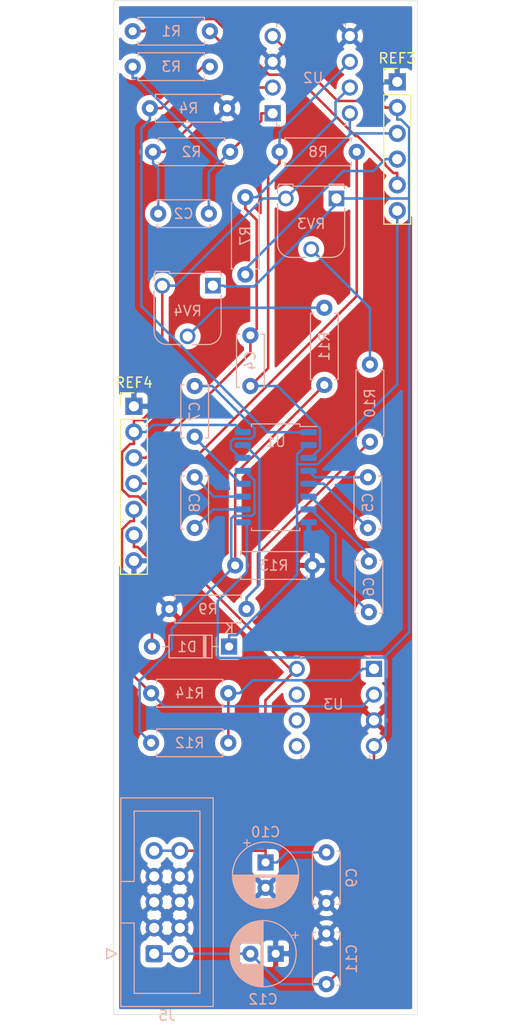
<source format=kicad_pcb>
(kicad_pcb (version 20171130) (host pcbnew "(5.1.9)-1")
  (layers (0 F.Cu signal) (31 B.Cu signal) (34 B.Paste user) (35 F.Paste user) (36 B.SilkS user) (37 F.SilkS user) (38 B.Mask user) (39 F.Mask user) (44 Edge.Cuts user))
  (net 0 "")
  (net 1 "Net-(C1-Pad1)")
  (net 2 "Net-(C2-Pad2)")
  (net 3 "Net-(C2-Pad1)")
  (net 4 "Net-(C3-Pad2)")
  (net 5 OUT)
  (net 6 "Net-(C4-Pad1)")
  (net 7 C4A)
  (net 8 C4B)
  (net 9 C3A)
  (net 10 C3B)
  (net 11 C1A)
  (net 12 C1B)
  (net 13 C2B)
  (net 14 C2A)
  (net 15 +12V)
  (net 16 GND)
  (net 17 -12V)
  (net 18 "Net-(D1-Pad2)")
  (net 19 Q_CTRL)
  (net 20 SIG_IN+)
  (net 21 "Net-(R8-Pad1)")
  (net 22 SIG_IN-)
  (net 23 "Net-(R10-Pad2)")
  (net 24 "Net-(R11-Pad2)")
  (net 25 FREQ_CTRL)
  (net 26 "Net-(R12-Pad2)")
  (net 27 "Net-(R14-Pad1)")
  (module Connector_PinHeader_2.54mm:PinHeader_1x06_P2.54mm_Vertical (layer F.Cu) (at 155 49)
    (fp_text reference REF3 (at 0 -2.33) (layer F.SilkS))
    (fp_text value PinHeader_1x06_P2.54mm_Vertical)
    (pad 6 thru_hole oval (at 0 12.7) (size 1.7 1.7) (drill 1) (layers *.Cu *.Mask) (net 19 Q_CTRL))
    (pad 5 thru_hole oval (at 0 10.16) (size 1.7 1.7) (drill 1) (layers *.Cu *.Mask) (net 1 "Net-(C1-Pad1)"))
    (pad 4 thru_hole oval (at 0 7.62) (size 1.7 1.7) (drill 1) (layers *.Cu *.Mask) (net 4 "Net-(C3-Pad2)"))
    (pad 3 thru_hole oval (at 0 5.08) (size 1.7 1.7) (drill 1) (layers *.Cu *.Mask) (net 15 +12V))
    (pad 2 thru_hole oval (at 0 2.54) (size 1.7 1.7) (drill 1) (layers *.Cu *.Mask) (net 17 -12V))
    (pad 1 thru_hole rect (at 0 0) (size 1.7 1.7) (drill 1) (layers *.Cu *.Mask) (net 16 GND))
  )
  (module Connector_PinHeader_2.54mm:PinHeader_1x07_P2.54mm_Vertical (layer F.Cu) (at 129 81)
    (fp_text reference REF4 (at 0 -2.33) (layer F.SilkS))
    (fp_text value PinHeader_1x07_P2.54mm_Vertical)
    (pad 7 thru_hole oval (at 0 15.24) (size 1.7 1.7) (drill 1) (layers *.Cu *.Mask) (net 16 GND))
    (pad 6 thru_hole oval (at 0 12.7) (size 1.7 1.7) (drill 1) (layers *.Cu *.Mask) (net 18 "Net-(D1-Pad2)"))
    (pad 5 thru_hole oval (at 0 10.16) (size 1.7 1.7) (drill 1) (layers *.Cu *.Mask) (net 27 "Net-(R14-Pad1)"))
    (pad 4 thru_hole oval (at 0 7.62) (size 1.7 1.7) (drill 1) (layers *.Cu *.Mask) (net 21 "Net-(R8-Pad1)"))
    (pad 3 thru_hole oval (at 0 5.08) (size 1.7 1.7) (drill 1) (layers *.Cu *.Mask) (net 6 "Net-(C4-Pad1)"))
    (pad 2 thru_hole oval (at 0 2.54) (size 1.7 1.7) (drill 1) (layers *.Cu *.Mask) (net 15 +12V))
    (pad 1 thru_hole rect (at 0 0) (size 1.7 1.7) (drill 1) (layers *.Cu *.Mask) (net 16 GND))
  )
  (module Package_SO:SOP-16_4.55x10.3mm_P1.27mm (layer B.Cu) (at 143 88 180)
    (fp_text reference U1 (at 0 3.5) (layer B.SilkS) (effects (justify mirror)))
    (fp_text value SSM2044)
    (pad 16 smd roundrect (at 3.25 4.445 180) (size 1.6 0.6) (layers B.Cu B.Paste B.Mask) (net 15 +12V))
    (pad 15 smd roundrect (at 3.25 3.175 180) (size 1.6 0.6) (layers B.Cu B.Paste B.Mask) (net 22 SIG_IN-))
    (pad 14 smd roundrect (at 3.25 1.905 180) (size 1.6 0.6) (layers B.Cu B.Paste B.Mask) (net 11 C1A))
    (pad 13 smd roundrect (at 3.25 0.635 180) (size 1.6 0.6) (layers B.Cu B.Paste B.Mask) (net 25 FREQ_CTRL))
    (pad 12 smd roundrect (at 3.25 -0.635 180) (size 1.6 0.6) (layers B.Cu B.Paste B.Mask) (net 12 C1B))
    (pad 11 smd roundrect (at 3.25 -1.905 180) (size 1.6 0.6) (layers B.Cu B.Paste B.Mask) (net 14 C2A))
    (pad 10 smd roundrect (at 3.25 -3.175 180) (size 1.6 0.6) (layers B.Cu B.Paste B.Mask) (net 13 C2B))
    (pad 9 smd roundrect (at 3.25 -4.445 180) (size 1.6 0.6) (layers B.Cu B.Paste B.Mask) (net 17 -12V))
    (pad 8 smd roundrect (at -3.25 -4.445 180) (size 1.6 0.6) (layers B.Cu B.Paste B.Mask) (net 16 GND))
    (pad 7 smd roundrect (at -3.25 -3.175 180) (size 1.6 0.6) (layers B.Cu B.Paste B.Mask) (net 10 C3B))
    (pad 6 smd roundrect (at -3.25 -1.905 180) (size 1.6 0.6) (layers B.Cu B.Paste B.Mask) (net 9 C3A))
    (pad 5 smd roundrect (at -3.25 -0.635 180) (size 1.6 0.6) (layers B.Cu B.Paste B.Mask) (net 8 C4B))
    (pad 4 smd roundrect (at -3.25 0.635 180) (size 1.6 0.6) (layers B.Cu B.Paste B.Mask) (net 7 C4A))
    (pad 3 smd roundrect (at -3.25 1.905 180) (size 1.6 0.6) (layers B.Cu B.Paste B.Mask) (net 5 OUT))
    (pad 2 smd roundrect (at -3.25 3.175 180) (size 1.6 0.6) (layers B.Cu B.Paste B.Mask) (net 19 Q_CTRL))
    (pad 1 smd roundrect (at -3.25 4.445 180) (size 1.6 0.6) (layers B.Cu B.Paste B.Mask) (net 20 SIG_IN+))
  )
  (module digikey-footprints:DIP-8_W7.62mm (layer B.Cu) (at 152.7 106.9 180)
    (fp_text reference U3 (at 4 -3.5) (layer B.SilkS) (effects (justify mirror)))
    (fp_text value TL072CP)
    (pad 8 thru_hole circle (at 7.62 0 180) (size 1.6 1.6) (drill 1) (layers *.Cu *.Mask) (net 15 +12V))
    (pad 7 thru_hole circle (at 7.62 -2.54 180) (size 1.6 1.6) (drill 1) (layers *.Cu *.Mask))
    (pad 6 thru_hole circle (at 7.62 -5.08 180) (size 1.6 1.6) (drill 1) (layers *.Cu *.Mask))
    (pad 5 thru_hole circle (at 7.62 -7.62 180) (size 1.6 1.6) (drill 1) (layers *.Cu *.Mask))
    (pad 4 thru_hole circle (at 0 -7.62 180) (size 1.6 1.6) (drill 1) (layers *.Cu *.Mask) (net 17 -12V))
    (pad 3 thru_hole circle (at 0 -5.08 180) (size 1.6 1.6) (drill 1) (layers *.Cu *.Mask) (net 16 GND))
    (pad 2 thru_hole circle (at 0 -2.54 180) (size 1.6 1.6) (drill 1) (layers *.Cu *.Mask) (net 27 "Net-(R14-Pad1)"))
    (pad 1 thru_hole rect (at 0 0 180) (size 1.6 1.6) (drill 1) (layers *.Cu *.Mask) (net 26 "Net-(R12-Pad2)"))
  )
  (module digikey-footprints:DIP-8_W7.62mm (layer B.Cu) (at 142.7 52.1)
    (fp_text reference U2 (at 4 -3.5) (layer B.SilkS) (effects (justify mirror)))
    (fp_text value TL072CP)
    (pad 8 thru_hole circle (at 7.62 0) (size 1.6 1.6) (drill 1) (layers *.Cu *.Mask) (net 15 +12V))
    (pad 7 thru_hole circle (at 7.62 -2.54) (size 1.6 1.6) (drill 1) (layers *.Cu *.Mask) (net 6 "Net-(C4-Pad1)"))
    (pad 6 thru_hole circle (at 7.62 -5.08) (size 1.6 1.6) (drill 1) (layers *.Cu *.Mask) (net 5 OUT))
    (pad 5 thru_hole circle (at 7.62 -7.62) (size 1.6 1.6) (drill 1) (layers *.Cu *.Mask) (net 16 GND))
    (pad 4 thru_hole circle (at 0 -7.62) (size 1.6 1.6) (drill 1) (layers *.Cu *.Mask) (net 17 -12V))
    (pad 3 thru_hole circle (at 0 -5.08) (size 1.6 1.6) (drill 1) (layers *.Cu *.Mask) (net 16 GND))
    (pad 2 thru_hole circle (at 0 -2.54) (size 1.6 1.6) (drill 1) (layers *.Cu *.Mask) (net 2 "Net-(C2-Pad2)"))
    (pad 1 thru_hole rect (at 0 0) (size 1.6 1.6) (drill 1) (layers *.Cu *.Mask) (net 3 "Net-(C2-Pad1)"))
  )
  (module Potentiometer_THT:Potentiometer_Runtron_RM-065_Vertical (layer B.Cu) (at 136.8 69.1 180)
    (fp_text reference RV4 (at 2.5 -2.5) (layer B.SilkS) (effects (justify mirror)))
    (fp_text value 100k)
    (pad 2 thru_hole circle (at 2.5 -5 180) (size 1.55 1.55) (drill 1) (layers *.Cu *.Mask) (net 24 "Net-(R11-Pad2)"))
    (pad 1 thru_hole rect (at 0 0 180) (size 1.55 1.55) (drill 1) (layers *.Cu *.Mask) (net 17 -12V))
    (pad 3 thru_hole circle (at 5 0 180) (size 1.55 1.55) (drill 1) (layers *.Cu *.Mask) (net 15 +12V))
  )
  (module Potentiometer_THT:Potentiometer_Runtron_RM-065_Vertical (layer B.Cu) (at 149 60.5 180)
    (fp_text reference RV3 (at 2.5 -2.5) (layer B.SilkS) (effects (justify mirror)))
    (fp_text value 100k)
    (pad 2 thru_hole circle (at 2.5 -5 180) (size 1.55 1.55) (drill 1) (layers *.Cu *.Mask) (net 23 "Net-(R10-Pad2)"))
    (pad 1 thru_hole rect (at 0 0 180) (size 1.55 1.55) (drill 1) (layers *.Cu *.Mask) (net 17 -12V))
    (pad 3 thru_hole circle (at 5 0 180) (size 1.55 1.55) (drill 1) (layers *.Cu *.Mask) (net 15 +12V))
  )
  (module Resistor_THT:R_Axial_DIN0207_L6.3mm_D2.5mm_P7.62mm_Horizontal (layer B.Cu) (at 130.7 109.3)
    (fp_text reference R14 (at 3.81 0) (layer B.SilkS) (effects (justify mirror)))
    (fp_text value 100k)
    (pad 2 thru_hole oval (at 7.62 0) (size 1.6 1.6) (drill 0.8) (layers *.Cu *.Mask) (net 26 "Net-(R12-Pad2)"))
    (pad 1 thru_hole circle (at 0 0) (size 1.6 1.6) (drill 0.8) (layers *.Cu *.Mask) (net 27 "Net-(R14-Pad1)"))
  )
  (module Resistor_THT:R_Axial_DIN0207_L6.3mm_D2.5mm_P7.62mm_Horizontal (layer B.Cu) (at 139 96.7)
    (fp_text reference R13 (at 3.81 0) (layer B.SilkS) (effects (justify mirror)))
    (fp_text value 1k)
    (pad 2 thru_hole oval (at 7.62 0) (size 1.6 1.6) (drill 0.8) (layers *.Cu *.Mask) (net 16 GND))
    (pad 1 thru_hole circle (at 0 0) (size 1.6 1.6) (drill 0.8) (layers *.Cu *.Mask) (net 25 FREQ_CTRL))
  )
  (module Resistor_THT:R_Axial_DIN0207_L6.3mm_D2.5mm_P7.62mm_Horizontal (layer B.Cu) (at 130.7 114.2)
    (fp_text reference R12 (at 3.81 0) (layer B.SilkS) (effects (justify mirror)))
    (fp_text value 100k)
    (pad 2 thru_hole oval (at 7.62 0) (size 1.6 1.6) (drill 0.8) (layers *.Cu *.Mask) (net 26 "Net-(R12-Pad2)"))
    (pad 1 thru_hole circle (at 0 0) (size 1.6 1.6) (drill 0.8) (layers *.Cu *.Mask) (net 25 FREQ_CTRL))
  )
  (module Resistor_THT:R_Axial_DIN0207_L6.3mm_D2.5mm_P7.62mm_Horizontal (layer B.Cu) (at 147.8 78.9 90)
    (fp_text reference R11 (at 3.81 0 270) (layer B.SilkS) (effects (justify mirror)))
    (fp_text value 100k)
    (pad 2 thru_hole oval (at 7.62 0 90) (size 1.6 1.6) (drill 0.8) (layers *.Cu *.Mask) (net 24 "Net-(R11-Pad2)"))
    (pad 1 thru_hole circle (at 0 0 90) (size 1.6 1.6) (drill 0.8) (layers *.Cu *.Mask) (net 25 FREQ_CTRL))
  )
  (module Resistor_THT:R_Axial_DIN0207_L6.3mm_D2.5mm_P7.62mm_Horizontal (layer B.Cu) (at 152.3 84.5 90)
    (fp_text reference R10 (at 3.81 0 90) (layer B.SilkS) (effects (justify mirror)))
    (fp_text value 470k)
    (pad 2 thru_hole oval (at 7.62 0 90) (size 1.6 1.6) (drill 0.8) (layers *.Cu *.Mask) (net 23 "Net-(R10-Pad2)"))
    (pad 1 thru_hole circle (at 0 0 90) (size 1.6 1.6) (drill 0.8) (layers *.Cu *.Mask) (net 22 SIG_IN-))
  )
  (module Resistor_THT:R_Axial_DIN0207_L6.3mm_D2.5mm_P7.62mm_Horizontal (layer B.Cu) (at 132.5 101)
    (fp_text reference R9 (at 3.81 0) (layer B.SilkS) (effects (justify mirror)))
    (fp_text value 220R)
    (pad 2 thru_hole oval (at 7.62 0) (size 1.6 1.6) (drill 0.8) (layers *.Cu *.Mask) (net 22 SIG_IN-))
    (pad 1 thru_hole circle (at 0 0) (size 1.6 1.6) (drill 0.8) (layers *.Cu *.Mask) (net 16 GND))
  )
  (module Resistor_THT:R_Axial_DIN0207_L6.3mm_D2.5mm_P7.62mm_Horizontal (layer B.Cu) (at 151 55.9 180)
    (fp_text reference R8 (at 3.81 0) (layer B.SilkS) (effects (justify mirror)))
    (fp_text value 10k)
    (pad 2 thru_hole oval (at 7.62 0 180) (size 1.6 1.6) (drill 0.8) (layers *.Cu *.Mask) (net 5 OUT))
    (pad 1 thru_hole circle (at 0 0 180) (size 1.6 1.6) (drill 0.8) (layers *.Cu *.Mask) (net 21 "Net-(R8-Pad1)"))
  )
  (module Resistor_THT:R_Axial_DIN0207_L6.3mm_D2.5mm_P7.62mm_Horizontal (layer B.Cu) (at 140 68 90)
    (fp_text reference R7 (at 3.81 0 270) (layer B.SilkS) (effects (justify mirror)))
    (fp_text value 1k)
    (pad 2 thru_hole oval (at 7.62 0 90) (size 1.6 1.6) (drill 0.8) (layers *.Cu *.Mask) (net 6 "Net-(C4-Pad1)"))
    (pad 1 thru_hole circle (at 0 0 90) (size 1.6 1.6) (drill 0.8) (layers *.Cu *.Mask) (net 4 "Net-(C3-Pad2)"))
  )
  (module Resistor_THT:R_Axial_DIN0207_L6.3mm_D2.5mm_P7.62mm_Horizontal (layer B.Cu) (at 138.2 51.6 180)
    (fp_text reference R4 (at 3.81 0) (layer B.SilkS) (effects (justify mirror)))
    (fp_text value 220R)
    (pad 2 thru_hole oval (at 7.62 0 180) (size 1.6 1.6) (drill 0.8) (layers *.Cu *.Mask) (net 20 SIG_IN+))
    (pad 1 thru_hole circle (at 0 0 180) (size 1.6 1.6) (drill 0.8) (layers *.Cu *.Mask) (net 16 GND))
  )
  (module Resistor_THT:R_Axial_DIN0207_L6.3mm_D2.5mm_P7.62mm_Horizontal (layer B.Cu) (at 136.5 47.5 180)
    (fp_text reference R3 (at 3.81 0) (layer B.SilkS) (effects (justify mirror)))
    (fp_text value 47k)
    (pad 2 thru_hole oval (at 7.62 0 180) (size 1.6 1.6) (drill 0.8) (layers *.Cu *.Mask) (net 3 "Net-(C2-Pad1)"))
    (pad 1 thru_hole circle (at 0 0 180) (size 1.6 1.6) (drill 0.8) (layers *.Cu *.Mask) (net 20 SIG_IN+))
  )
  (module Resistor_THT:R_Axial_DIN0207_L6.3mm_D2.5mm_P7.62mm_Horizontal (layer B.Cu) (at 138.5 55.9 180)
    (fp_text reference R2 (at 3.81 0) (layer B.SilkS) (effects (justify mirror)))
    (fp_text value 100k)
    (pad 2 thru_hole oval (at 7.62 0 180) (size 1.6 1.6) (drill 0.8) (layers *.Cu *.Mask) (net 2 "Net-(C2-Pad2)"))
    (pad 1 thru_hole circle (at 0 0 180) (size 1.6 1.6) (drill 0.8) (layers *.Cu *.Mask) (net 3 "Net-(C2-Pad1)"))
  )
  (module Resistor_THT:R_Axial_DIN0207_L6.3mm_D2.5mm_P7.62mm_Horizontal (layer B.Cu) (at 136.5 44 180)
    (fp_text reference R1 (at 3.81 0) (layer B.SilkS) (effects (justify mirror)))
    (fp_text value 100k)
    (pad 2 thru_hole oval (at 7.62 0 180) (size 1.6 1.6) (drill 0.8) (layers *.Cu *.Mask) (net 1 "Net-(C1-Pad1)"))
    (pad 1 thru_hole circle (at 0 0 180) (size 1.6 1.6) (drill 0.8) (layers *.Cu *.Mask) (net 2 "Net-(C2-Pad2)"))
  )
  (module Connector_IDC:IDC-Header_2x05_P2.54mm_Vertical (layer B.Cu) (at 131 135)
    (fp_text reference J5 (at 1.27 6.1) (layer B.SilkS) (effects (justify mirror)))
    (fp_text value EURO_POWER)
    (pad 10 thru_hole circle (at 2.54 -10.16) (size 1.7 1.7) (drill 1) (layers *.Cu *.Mask) (net 15 +12V))
    (pad 8 thru_hole circle (at 2.54 -7.62) (size 1.7 1.7) (drill 1) (layers *.Cu *.Mask) (net 16 GND))
    (pad 6 thru_hole circle (at 2.54 -5.08) (size 1.7 1.7) (drill 1) (layers *.Cu *.Mask) (net 16 GND))
    (pad 4 thru_hole circle (at 2.54 -2.54) (size 1.7 1.7) (drill 1) (layers *.Cu *.Mask) (net 16 GND))
    (pad 2 thru_hole circle (at 2.54 0) (size 1.7 1.7) (drill 1) (layers *.Cu *.Mask) (net 17 -12V))
    (pad 9 thru_hole circle (at 0 -10.16) (size 1.7 1.7) (drill 1) (layers *.Cu *.Mask) (net 15 +12V))
    (pad 7 thru_hole circle (at 0 -7.62) (size 1.7 1.7) (drill 1) (layers *.Cu *.Mask) (net 16 GND))
    (pad 5 thru_hole circle (at 0 -5.08) (size 1.7 1.7) (drill 1) (layers *.Cu *.Mask) (net 16 GND))
    (pad 3 thru_hole circle (at 0 -2.54) (size 1.7 1.7) (drill 1) (layers *.Cu *.Mask) (net 16 GND))
    (pad 1 thru_hole roundrect (at 0 0) (size 1.7 1.7) (drill 1) (layers *.Cu *.Mask) (roundrect_rratio 0.1470588235294118) (net 17 -12V))
  )
  (module Diode_THT:D_DO-35_SOD27_P7.62mm_Horizontal (layer B.Cu) (at 138.4 104.7 180)
    (fp_text reference D1 (at 4.154999 -0.034999) (layer B.SilkS) (effects (justify mirror)))
    (fp_text value 1N4148)
    (fp_text user K (at 0 1.8) (layer B.SilkS) (effects (justify mirror)))
    (pad 2 thru_hole oval (at 7.62 0 180) (size 1.6 1.6) (drill 0.8) (layers *.Cu *.Mask) (net 18 "Net-(D1-Pad2)"))
    (pad 1 thru_hole rect (at 0 0 180) (size 1.6 1.6) (drill 0.8) (layers *.Cu *.Mask) (net 19 Q_CTRL))
  )
  (module Capacitor_THT:CP_Radial_D6.3mm_P2.50mm (layer B.Cu) (at 143 135 180)
    (fp_text reference C12 (at 1.25 -4.5) (layer B.SilkS) (effects (justify mirror)))
    (fp_text value 10uF)
    (pad 2 thru_hole circle (at 2.5 0 180) (size 1.6 1.6) (drill 0.8) (layers *.Cu *.Mask) (net 17 -12V))
    (pad 1 thru_hole rect (at 0 0 180) (size 1.6 1.6) (drill 0.8) (layers *.Cu *.Mask) (net 16 GND))
  )
  (module Capacitor_THT:C_Disc_D5.0mm_W2.5mm_P5.00mm (layer B.Cu) (at 148 138 90)
    (fp_text reference C11 (at 2.5 2.5 90) (layer B.SilkS) (effects (justify mirror)))
    (fp_text value 0.1uF)
    (pad 2 thru_hole circle (at 5 0 90) (size 1.6 1.6) (drill 0.8) (layers *.Cu *.Mask) (net 16 GND))
    (pad 1 thru_hole circle (at 0 0 90) (size 1.6 1.6) (drill 0.8) (layers *.Cu *.Mask) (net 17 -12V))
  )
  (module Capacitor_THT:CP_Radial_D6.3mm_P2.50mm (layer B.Cu) (at 142 126 270)
    (fp_text reference C10 (at -3 0) (layer B.SilkS) (effects (justify mirror)))
    (fp_text value 10uF)
    (pad 2 thru_hole circle (at 2.5 0 270) (size 1.6 1.6) (drill 0.8) (layers *.Cu *.Mask) (net 16 GND))
    (pad 1 thru_hole rect (at 0 0 270) (size 1.6 1.6) (drill 0.8) (layers *.Cu *.Mask) (net 15 +12V))
  )
  (module Capacitor_THT:C_Disc_D5.0mm_W2.5mm_P5.00mm (layer B.Cu) (at 148 130 90)
    (fp_text reference C9 (at 2.5 2.5 270) (layer B.SilkS) (effects (justify mirror)))
    (fp_text value 0.1uF)
    (pad 2 thru_hole circle (at 5 0 90) (size 1.6 1.6) (drill 0.8) (layers *.Cu *.Mask) (net 15 +12V))
    (pad 1 thru_hole circle (at 0 0 90) (size 1.6 1.6) (drill 0.8) (layers *.Cu *.Mask) (net 16 GND))
  )
  (module Capacitor_THT:C_Disc_D5.0mm_W2.5mm_P5.00mm (layer B.Cu) (at 135 88 270)
    (fp_text reference C8 (at 2.5 0 270) (layer B.SilkS) (effects (justify mirror)))
    (fp_text value 10nF)
    (pad 2 thru_hole circle (at 5 0 270) (size 1.6 1.6) (drill 0.8) (layers *.Cu *.Mask) (net 13 C2B))
    (pad 1 thru_hole circle (at 0 0 270) (size 1.6 1.6) (drill 0.8) (layers *.Cu *.Mask) (net 14 C2A))
  )
  (module Capacitor_THT:C_Disc_D5.0mm_W2.5mm_P5.00mm (layer B.Cu) (at 135 84 90)
    (fp_text reference C7 (at 2.5 0 270) (layer B.SilkS) (effects (justify mirror)))
    (fp_text value 10nF)
    (pad 2 thru_hole circle (at 5 0 90) (size 1.6 1.6) (drill 0.8) (layers *.Cu *.Mask) (net 11 C1A))
    (pad 1 thru_hole circle (at 0 0 90) (size 1.6 1.6) (drill 0.8) (layers *.Cu *.Mask) (net 12 C1B))
  )
  (module Capacitor_THT:C_Disc_D5.0mm_W2.5mm_P5.00mm (layer B.Cu) (at 152.2 101.3 90)
    (fp_text reference C6 (at 2.5 0 90) (layer B.SilkS) (effects (justify mirror)))
    (fp_text value 10nF)
    (pad 2 thru_hole circle (at 5 0 90) (size 1.6 1.6) (drill 0.8) (layers *.Cu *.Mask) (net 9 C3A))
    (pad 1 thru_hole circle (at 0 0 90) (size 1.6 1.6) (drill 0.8) (layers *.Cu *.Mask) (net 10 C3B))
  )
  (module Capacitor_THT:C_Disc_D5.0mm_W2.5mm_P5.00mm (layer B.Cu) (at 152.1 93 90)
    (fp_text reference C5 (at 2.5 0 270) (layer B.SilkS) (effects (justify mirror)))
    (fp_text value 820pF)
    (pad 2 thru_hole circle (at 5 0 90) (size 1.6 1.6) (drill 0.8) (layers *.Cu *.Mask) (net 7 C4A))
    (pad 1 thru_hole circle (at 0 0 90) (size 1.6 1.6) (drill 0.8) (layers *.Cu *.Mask) (net 8 C4B))
  )
  (module Capacitor_THT:C_Disc_D5.0mm_W2.5mm_P5.00mm (layer B.Cu) (at 140.5 74 270)
    (fp_text reference C4 (at 2.5 0 90) (layer B.SilkS) (effects (justify mirror)))
    (fp_text value 22pF)
    (pad 2 thru_hole circle (at 5 0 270) (size 1.6 1.6) (drill 0.8) (layers *.Cu *.Mask) (net 5 OUT))
    (pad 1 thru_hole circle (at 0 0 270) (size 1.6 1.6) (drill 0.8) (layers *.Cu *.Mask) (net 6 "Net-(C4-Pad1)"))
  )
  (module Capacitor_THT:C_Disc_D5.0mm_W2.5mm_P5.00mm (layer B.Cu) (at 136.4 62 180)
    (fp_text reference C2 (at 2.5 0) (layer B.SilkS) (effects (justify mirror)))
    (fp_text value 22pF)
    (pad 2 thru_hole circle (at 5 0 180) (size 1.6 1.6) (drill 0.8) (layers *.Cu *.Mask) (net 2 "Net-(C2-Pad2)"))
    (pad 1 thru_hole circle (at 0 0 180) (size 1.6 1.6) (drill 0.8) (layers *.Cu *.Mask) (net 3 "Net-(C2-Pad1)"))
  )
  (gr_line (start 157 41) (end 127 41) (layer Edge.Cuts) (width 0.05))
  (gr_line (start 157 141) (end 157 41) (layer Edge.Cuts) (width 0.05))
  (gr_line (start 127 141) (end 157 141) (layer Edge.Cuts) (width 0.05))
  (gr_line (start 127 41) (end 127 141) (layer Edge.Cuts) (width 0.05))
  (segment (start 155 59.16) (end 155 57.9847) (width 0.25) (layer F.Cu) (net 1))
  (segment (start 128.88 44) (end 130.0053 44) (width 0.25) (layer F.Cu) (net 1))
  (segment (start 130.0053 44) (end 131.1978 42.8075) (width 0.25) (layer F.Cu) (net 1))
  (segment (start 131.1978 42.8075) (end 136.969 42.8075) (width 0.25) (layer F.Cu) (net 1))
  (segment (start 136.969 42.8075) (end 140.5934 46.4319) (width 0.25) (layer F.Cu) (net 1))
  (segment (start 140.5934 46.4319) (end 140.5934 46.5482) (width 0.25) (layer F.Cu) (net 1))
  (segment (start 140.5934 46.5482) (end 142.3352 48.29) (width 0.25) (layer F.Cu) (net 1))
  (segment (start 142.3352 48.29) (end 144.8288 48.29) (width 0.25) (layer F.Cu) (net 1))
  (segment (start 144.8288 48.29) (end 150.8872 54.3484) (width 0.25) (layer F.Cu) (net 1))
  (segment (start 150.8872 54.3484) (end 151.0834 54.3484) (width 0.25) (layer F.Cu) (net 1))
  (segment (start 151.0834 54.3484) (end 153.8247 57.0897) (width 0.25) (layer F.Cu) (net 1))
  (segment (start 153.8247 57.0897) (end 153.8247 57.2017) (width 0.25) (layer F.Cu) (net 1))
  (segment (start 153.8247 57.2017) (end 154.6077 57.9847) (width 0.25) (layer F.Cu) (net 1))
  (segment (start 154.6077 57.9847) (end 155 57.9847) (width 0.25) (layer F.Cu) (net 1))
  (segment (start 138.3453 49.56) (end 142.7 49.56) (width 0.25) (layer F.Cu) (net 2))
  (segment (start 132.0053 55.9) (end 138.3453 49.56) (width 0.25) (layer F.Cu) (net 2))
  (segment (start 138.3453 49.56) (end 138.3453 45.8453) (width 0.25) (layer F.Cu) (net 2))
  (segment (start 138.3453 45.8453) (end 136.5 44) (width 0.25) (layer F.Cu) (net 2))
  (segment (start 130.88 55.9) (end 132.0053 55.9) (width 0.25) (layer F.Cu) (net 2))
  (segment (start 130.88 55.9) (end 130.88 57.0253) (width 0.25) (layer B.Cu) (net 2))
  (segment (start 131.4 62) (end 131.4 57.5453) (width 0.25) (layer B.Cu) (net 2))
  (segment (start 131.4 57.5453) (end 130.88 57.0253) (width 0.25) (layer B.Cu) (net 2))
  (segment (start 137.45 56.84) (end 129.2353 48.6253) (width 0.25) (layer B.Cu) (net 3))
  (segment (start 129.2353 48.6253) (end 128.88 48.6253) (width 0.25) (layer B.Cu) (net 3))
  (segment (start 136.4 62) (end 136.4 57.89) (width 0.25) (layer B.Cu) (net 3))
  (segment (start 136.4 57.89) (end 137.45 56.84) (width 0.25) (layer B.Cu) (net 3))
  (segment (start 137.45 56.84) (end 137.56 56.84) (width 0.25) (layer B.Cu) (net 3))
  (segment (start 137.56 56.84) (end 138.5 55.9) (width 0.25) (layer B.Cu) (net 3))
  (segment (start 128.88 47.5) (end 128.88 48.6253) (width 0.25) (layer B.Cu) (net 3))
  (segment (start 142.7 52.1) (end 141.5747 52.1) (width 0.25) (layer F.Cu) (net 3))
  (segment (start 138.5 55.9) (end 141.5747 52.8253) (width 0.25) (layer F.Cu) (net 3))
  (segment (start 141.5747 52.8253) (end 141.5747 52.1) (width 0.25) (layer F.Cu) (net 3))
  (segment (start 155 56.62) (end 153.8247 56.62) (width 0.25) (layer B.Cu) (net 4))
  (segment (start 140 68) (end 140 67.4692) (width 0.25) (layer B.Cu) (net 4))
  (segment (start 140 67.4692) (end 149.6739 57.7953) (width 0.25) (layer B.Cu) (net 4))
  (segment (start 149.6739 57.7953) (end 152.6494 57.7953) (width 0.25) (layer B.Cu) (net 4))
  (segment (start 152.6494 57.7953) (end 153.8247 56.62) (width 0.25) (layer B.Cu) (net 4))
  (segment (start 140.5 79) (end 143.1892 79) (width 0.25) (layer B.Cu) (net 5))
  (segment (start 143.1892 79) (end 147.3759 83.1867) (width 0.25) (layer B.Cu) (net 5))
  (segment (start 147.3759 83.1867) (end 147.3759 85.1909) (width 0.25) (layer B.Cu) (net 5))
  (segment (start 147.3759 85.1909) (end 146.4718 86.095) (width 0.25) (layer B.Cu) (net 5))
  (segment (start 146.4718 86.095) (end 146.25 86.095) (width 0.25) (layer B.Cu) (net 5))
  (segment (start 143.38 55.9) (end 143.38 57.0253) (width 0.25) (layer F.Cu) (net 5))
  (segment (start 140.5 79) (end 142.2547 77.2453) (width 0.25) (layer F.Cu) (net 5))
  (segment (start 142.2547 77.2453) (end 142.2547 58.1506) (width 0.25) (layer F.Cu) (net 5))
  (segment (start 142.2547 58.1506) (end 143.38 57.0253) (width 0.25) (layer F.Cu) (net 5))
  (segment (start 143.38 55.9) (end 143.38 53.96) (width 0.25) (layer B.Cu) (net 5))
  (segment (start 143.38 53.96) (end 150.32 47.02) (width 0.25) (layer B.Cu) (net 5))
  (segment (start 140 60.38) (end 140 61.5053) (width 0.25) (layer F.Cu) (net 6))
  (segment (start 140.5 74) (end 141.1253 73.3747) (width 0.25) (layer F.Cu) (net 6))
  (segment (start 141.1253 73.3747) (end 141.1253 62.6306) (width 0.25) (layer F.Cu) (net 6))
  (segment (start 141.1253 62.6306) (end 140 61.5053) (width 0.25) (layer F.Cu) (net 6))
  (segment (start 130.1753 86.08) (end 140.5 75.7553) (width 0.25) (layer F.Cu) (net 6))
  (segment (start 140.5 75.7553) (end 140.5 74) (width 0.25) (layer F.Cu) (net 6))
  (segment (start 140 60.38) (end 141.1253 60.38) (width 0.25) (layer B.Cu) (net 6))
  (segment (start 141.1253 60.38) (end 148.9054 52.5999) (width 0.25) (layer B.Cu) (net 6))
  (segment (start 148.9054 52.5999) (end 148.9054 50.9746) (width 0.25) (layer B.Cu) (net 6))
  (segment (start 148.9054 50.9746) (end 150.32 49.56) (width 0.25) (layer B.Cu) (net 6))
  (segment (start 129 86.08) (end 130.1753 86.08) (width 0.25) (layer F.Cu) (net 6))
  (segment (start 152.1 88) (end 146.885 88) (width 0.25) (layer B.Cu) (net 7))
  (segment (start 146.885 88) (end 146.25 87.365) (width 0.25) (layer B.Cu) (net 7))
  (segment (start 152.1 93) (end 147.735 88.635) (width 0.25) (layer B.Cu) (net 8))
  (segment (start 147.735 88.635) (end 146.25 88.635) (width 0.25) (layer B.Cu) (net 8))
  (segment (start 152.2 96.3) (end 152.2 95.6375) (width 0.25) (layer B.Cu) (net 9))
  (segment (start 152.2 95.6375) (end 146.4675 89.905) (width 0.25) (layer B.Cu) (net 9))
  (segment (start 146.4675 89.905) (end 146.25 89.905) (width 0.25) (layer B.Cu) (net 9))
  (segment (start 152.2 101.3) (end 148.9145 98.0145) (width 0.25) (layer B.Cu) (net 10))
  (segment (start 148.9145 98.0145) (end 148.9145 93.5868) (width 0.25) (layer B.Cu) (net 10))
  (segment (start 148.9145 93.5868) (end 146.5027 91.175) (width 0.25) (layer B.Cu) (net 10))
  (segment (start 146.5027 91.175) (end 146.25 91.175) (width 0.25) (layer B.Cu) (net 10))
  (segment (start 135 79) (end 136.7217 79) (width 0.25) (layer B.Cu) (net 11))
  (segment (start 136.7217 79) (end 140.9176 83.1959) (width 0.25) (layer B.Cu) (net 11))
  (segment (start 140.9176 83.1959) (end 140.9176 83.8875) (width 0.25) (layer B.Cu) (net 11))
  (segment (start 140.9176 83.8875) (end 140.6151 84.19) (width 0.25) (layer B.Cu) (net 11))
  (segment (start 140.6151 84.19) (end 138.8967 84.19) (width 0.25) (layer B.Cu) (net 11))
  (segment (start 138.8967 84.19) (end 138.5688 84.5179) (width 0.25) (layer B.Cu) (net 11))
  (segment (start 138.5688 84.5179) (end 138.5688 85.1513) (width 0.25) (layer B.Cu) (net 11))
  (segment (start 138.5688 85.1513) (end 139.5125 86.095) (width 0.25) (layer B.Cu) (net 11))
  (segment (start 139.5125 86.095) (end 139.75 86.095) (width 0.25) (layer B.Cu) (net 11))
  (segment (start 135 84) (end 135 84.0964) (width 0.25) (layer B.Cu) (net 12))
  (segment (start 135 84.0964) (end 139.5386 88.635) (width 0.25) (layer B.Cu) (net 12))
  (segment (start 139.5386 88.635) (end 139.75 88.635) (width 0.25) (layer B.Cu) (net 12))
  (segment (start 135 93) (end 136.825 91.175) (width 0.25) (layer B.Cu) (net 13))
  (segment (start 136.825 91.175) (end 139.75 91.175) (width 0.25) (layer B.Cu) (net 13))
  (segment (start 135 88) (end 136.905 89.905) (width 0.25) (layer B.Cu) (net 14))
  (segment (start 136.905 89.905) (end 139.75 89.905) (width 0.25) (layer B.Cu) (net 14))
  (segment (start 129 83.54) (end 129 82.3647) (width 0.25) (layer F.Cu) (net 15))
  (segment (start 131.8 69.1) (end 131.8 80.3727) (width 0.25) (layer F.Cu) (net 15))
  (segment (start 131.8 80.3727) (end 129.808 82.3647) (width 0.25) (layer F.Cu) (net 15))
  (segment (start 129.808 82.3647) (end 129 82.3647) (width 0.25) (layer F.Cu) (net 15))
  (segment (start 144.7519 107.2281) (end 145.08 106.9) (width 0.25) (layer F.Cu) (net 15))
  (segment (start 141.9827 124.84) (end 141.9827 109.9973) (width 0.25) (layer F.Cu) (net 15))
  (segment (start 141.9827 109.9973) (end 144.7519 107.2281) (width 0.25) (layer F.Cu) (net 15))
  (segment (start 144.7519 107.2281) (end 131.3104 93.7866) (width 0.25) (layer F.Cu) (net 15))
  (segment (start 131.3104 93.7866) (end 131.3104 91.7759) (width 0.25) (layer F.Cu) (net 15))
  (segment (start 131.3104 91.7759) (end 129.4245 89.89) (width 0.25) (layer F.Cu) (net 15))
  (segment (start 129.4245 89.89) (end 128.5245 89.89) (width 0.25) (layer F.Cu) (net 15))
  (segment (start 128.5245 89.89) (end 127.8247 89.1902) (width 0.25) (layer F.Cu) (net 15))
  (segment (start 127.8247 89.1902) (end 127.8247 85.5232) (width 0.25) (layer F.Cu) (net 15))
  (segment (start 127.8247 85.5232) (end 128.6326 84.7153) (width 0.25) (layer F.Cu) (net 15))
  (segment (start 128.6326 84.7153) (end 129 84.7153) (width 0.25) (layer F.Cu) (net 15))
  (segment (start 129 83.54) (end 129 84.7153) (width 0.25) (layer F.Cu) (net 15))
  (segment (start 142 126) (end 143.1253 126) (width 0.25) (layer B.Cu) (net 15))
  (segment (start 148 125) (end 144.1253 125) (width 0.25) (layer B.Cu) (net 15))
  (segment (start 144.1253 125) (end 143.1253 126) (width 0.25) (layer B.Cu) (net 15))
  (segment (start 129 83.54) (end 130.1753 83.54) (width 0.25) (layer B.Cu) (net 15))
  (segment (start 130.1753 83.54) (end 130.8731 82.8422) (width 0.25) (layer B.Cu) (net 15))
  (segment (start 130.8731 82.8422) (end 139.0372 82.8422) (width 0.25) (layer B.Cu) (net 15))
  (segment (start 139.0372 82.8422) (end 139.75 83.555) (width 0.25) (layer B.Cu) (net 15))
  (segment (start 141.9827 124.84) (end 133.54 124.84) (width 0.25) (layer F.Cu) (net 15))
  (segment (start 142 124.8747) (end 142 124.8573) (width 0.25) (layer F.Cu) (net 15))
  (segment (start 142 124.8573) (end 141.9827 124.84) (width 0.25) (layer F.Cu) (net 15))
  (segment (start 142 126) (end 142 124.8747) (width 0.25) (layer F.Cu) (net 15))
  (segment (start 150.32 54.08) (end 150.32 54.18) (width 0.25) (layer B.Cu) (net 15))
  (segment (start 150.32 54.18) (end 144 60.5) (width 0.25) (layer B.Cu) (net 15))
  (segment (start 150.32 52.1) (end 150.32 54.08) (width 0.25) (layer B.Cu) (net 15))
  (segment (start 150.32 54.08) (end 153.8247 54.08) (width 0.25) (layer B.Cu) (net 15))
  (segment (start 131.8 69.1) (end 133.1473 69.1) (width 0.25) (layer B.Cu) (net 15))
  (segment (start 133.1473 69.1) (end 141.7473 60.5) (width 0.25) (layer B.Cu) (net 15))
  (segment (start 141.7473 60.5) (end 144 60.5) (width 0.25) (layer B.Cu) (net 15))
  (segment (start 155 54.08) (end 153.8247 54.08) (width 0.25) (layer B.Cu) (net 15))
  (segment (start 131 124.84) (end 133.54 124.84) (width 0.25) (layer B.Cu) (net 15))
  (segment (start 155 51.54) (end 153.8247 51.54) (width 0.25) (layer F.Cu) (net 17))
  (segment (start 153.8247 51.54) (end 153.1663 50.8816) (width 0.25) (layer F.Cu) (net 17))
  (segment (start 153.1663 50.8816) (end 149.1016 50.8816) (width 0.25) (layer F.Cu) (net 17))
  (segment (start 149.1016 50.8816) (end 142.7 44.48) (width 0.25) (layer F.Cu) (net 17))
  (segment (start 155 51.54) (end 155 52.7153) (width 0.25) (layer B.Cu) (net 17))
  (segment (start 156.1753 60.5) (end 156.1753 53.5232) (width 0.25) (layer B.Cu) (net 17))
  (segment (start 156.1753 53.5232) (end 155.3674 52.7153) (width 0.25) (layer B.Cu) (net 17))
  (segment (start 155.3674 52.7153) (end 155 52.7153) (width 0.25) (layer B.Cu) (net 17))
  (segment (start 153.6832 105.7746) (end 156.1753 103.2825) (width 0.25) (layer B.Cu) (net 17))
  (segment (start 156.1753 103.2825) (end 156.1753 60.5) (width 0.25) (layer B.Cu) (net 17))
  (segment (start 156.1753 60.5) (end 150.1003 60.5) (width 0.25) (layer B.Cu) (net 17))
  (segment (start 136.8 69.1) (end 137.9003 69.1) (width 0.25) (layer B.Cu) (net 17))
  (segment (start 149.5502 60.5) (end 140.8735 69.1767) (width 0.25) (layer B.Cu) (net 17))
  (segment (start 140.8735 69.1767) (end 137.977 69.1767) (width 0.25) (layer B.Cu) (net 17))
  (segment (start 137.977 69.1767) (end 137.9003 69.1) (width 0.25) (layer B.Cu) (net 17))
  (segment (start 149.5502 60.5) (end 150.1003 60.5) (width 0.25) (layer B.Cu) (net 17))
  (segment (start 149 60.5) (end 149.5502 60.5) (width 0.25) (layer B.Cu) (net 17))
  (segment (start 153.6832 105.7746) (end 140.2538 105.7746) (width 0.25) (layer B.Cu) (net 17))
  (segment (start 140.2538 105.7746) (end 140.2031 105.8253) (width 0.25) (layer B.Cu) (net 17))
  (segment (start 140.2031 105.8253) (end 137.4069 105.8253) (width 0.25) (layer B.Cu) (net 17))
  (segment (start 137.4069 105.8253) (end 137.2745 105.6929) (width 0.25) (layer B.Cu) (net 17))
  (segment (start 137.2745 105.6929) (end 137.2745 100.2183) (width 0.25) (layer B.Cu) (net 17))
  (segment (start 137.2745 100.2183) (end 140.1622 97.3306) (width 0.25) (layer B.Cu) (net 17))
  (segment (start 140.1622 97.3306) (end 140.1622 92.8572) (width 0.25) (layer B.Cu) (net 17))
  (segment (start 140.1622 92.8572) (end 139.75 92.445) (width 0.25) (layer B.Cu) (net 17))
  (segment (start 152.7 114.52) (end 153.8544 113.3656) (width 0.25) (layer B.Cu) (net 17))
  (segment (start 153.8544 113.3656) (end 153.8544 105.9458) (width 0.25) (layer B.Cu) (net 17))
  (segment (start 153.8544 105.9458) (end 153.6832 105.7746) (width 0.25) (layer B.Cu) (net 17))
  (segment (start 148 138) (end 152.7 133.3) (width 0.25) (layer F.Cu) (net 17))
  (segment (start 152.7 133.3) (end 152.7 114.52) (width 0.25) (layer F.Cu) (net 17))
  (segment (start 140.5 135) (end 133.54 135) (width 0.25) (layer B.Cu) (net 17))
  (segment (start 131 135) (end 133.54 135) (width 0.25) (layer B.Cu) (net 17))
  (segment (start 148 138) (end 143.5 138) (width 0.25) (layer B.Cu) (net 17))
  (segment (start 143.5 138) (end 140.5 135) (width 0.25) (layer B.Cu) (net 17))
  (segment (start 129 93.7) (end 129 94.8753) (width 0.25) (layer F.Cu) (net 18))
  (segment (start 130.78 104.7) (end 130.78 96.288) (width 0.25) (layer F.Cu) (net 18))
  (segment (start 130.78 96.288) (end 129.3673 94.8753) (width 0.25) (layer F.Cu) (net 18))
  (segment (start 129.3673 94.8753) (end 129 94.8753) (width 0.25) (layer F.Cu) (net 18))
  (segment (start 145.1096 86.73) (end 147.1045 86.73) (width 0.25) (layer B.Cu) (net 19))
  (segment (start 147.1045 86.73) (end 155 78.8345) (width 0.25) (layer B.Cu) (net 19))
  (segment (start 155 78.8345) (end 155 61.7) (width 0.25) (layer B.Cu) (net 19))
  (segment (start 138.4 103.5747) (end 139.1385 103.5747) (width 0.25) (layer B.Cu) (net 19))
  (segment (start 139.1385 103.5747) (end 145.1096 97.6036) (width 0.25) (layer B.Cu) (net 19))
  (segment (start 145.1096 97.6036) (end 145.1096 86.73) (width 0.25) (layer B.Cu) (net 19))
  (segment (start 145.1096 86.73) (end 145.1096 85.7517) (width 0.25) (layer B.Cu) (net 19))
  (segment (start 145.1096 85.7517) (end 146.0363 84.825) (width 0.25) (layer B.Cu) (net 19))
  (segment (start 146.0363 84.825) (end 146.25 84.825) (width 0.25) (layer B.Cu) (net 19))
  (segment (start 138.4 104.7) (end 138.4 103.5747) (width 0.25) (layer B.Cu) (net 19))
  (segment (start 130.58 51.6) (end 130.58 52.7253) (width 0.25) (layer B.Cu) (net 20))
  (segment (start 130.58 52.7253) (end 129.7379 53.5674) (width 0.25) (layer B.Cu) (net 20))
  (segment (start 129.7379 53.5674) (end 129.7379 71.1129) (width 0.25) (layer B.Cu) (net 20))
  (segment (start 129.7379 71.1129) (end 142.18 83.555) (width 0.25) (layer B.Cu) (net 20))
  (segment (start 142.18 83.555) (end 146.25 83.555) (width 0.25) (layer B.Cu) (net 20))
  (segment (start 130.58 51.6) (end 131.7053 51.6) (width 0.25) (layer F.Cu) (net 20))
  (segment (start 136.5 47.5) (end 135.8053 47.5) (width 0.25) (layer F.Cu) (net 20))
  (segment (start 135.8053 47.5) (end 131.7053 51.6) (width 0.25) (layer F.Cu) (net 20))
  (segment (start 151 55.9) (end 151 70.13) (width 0.25) (layer F.Cu) (net 21))
  (segment (start 151 70.13) (end 132.51 88.62) (width 0.25) (layer F.Cu) (net 21))
  (segment (start 132.51 88.62) (end 129 88.62) (width 0.25) (layer F.Cu) (net 21))
  (segment (start 140.12 101) (end 140.12 99.8747) (width 0.25) (layer F.Cu) (net 22))
  (segment (start 140.12 99.8747) (end 141.2453 98.7494) (width 0.25) (layer F.Cu) (net 22))
  (segment (start 141.2453 98.7494) (end 141.2453 95.5547) (width 0.25) (layer F.Cu) (net 22))
  (segment (start 141.2453 95.5547) (end 152.3 84.5) (width 0.25) (layer F.Cu) (net 22))
  (segment (start 140.12 99.8747) (end 141.3895 98.6052) (width 0.25) (layer B.Cu) (net 22))
  (segment (start 141.3895 98.6052) (end 141.3895 86.2432) (width 0.25) (layer B.Cu) (net 22))
  (segment (start 141.3895 86.2432) (end 139.9713 84.825) (width 0.25) (layer B.Cu) (net 22))
  (segment (start 139.9713 84.825) (end 139.75 84.825) (width 0.25) (layer B.Cu) (net 22))
  (segment (start 140.12 101) (end 140.12 99.8747) (width 0.25) (layer B.Cu) (net 22))
  (segment (start 152.3 76.88) (end 152.3 71.3) (width 0.25) (layer B.Cu) (net 23))
  (segment (start 152.3 71.3) (end 146.5 65.5) (width 0.25) (layer B.Cu) (net 23))
  (segment (start 146.6747 71.28) (end 137.12 71.28) (width 0.25) (layer B.Cu) (net 24))
  (segment (start 137.12 71.28) (end 134.3 74.1) (width 0.25) (layer B.Cu) (net 24))
  (segment (start 147.8 71.28) (end 146.6747 71.28) (width 0.25) (layer B.Cu) (net 24))
  (segment (start 139 96.7) (end 132.7347 102.9653) (width 0.25) (layer B.Cu) (net 25))
  (segment (start 132.7347 102.9653) (end 132.7347 104.8942) (width 0.25) (layer B.Cu) (net 25))
  (segment (start 132.7347 104.8942) (end 129.5614 108.0675) (width 0.25) (layer B.Cu) (net 25))
  (segment (start 129.5614 108.0675) (end 129.5614 113.0614) (width 0.25) (layer B.Cu) (net 25))
  (segment (start 129.5614 113.0614) (end 130.7 114.2) (width 0.25) (layer B.Cu) (net 25))
  (segment (start 139 96.7) (end 138.6146 96.3146) (width 0.25) (layer B.Cu) (net 25))
  (segment (start 138.6146 96.3146) (end 138.6146 92.0648) (width 0.25) (layer B.Cu) (net 25))
  (segment (start 138.6146 92.0648) (end 138.8694 91.81) (width 0.25) (layer B.Cu) (net 25))
  (segment (start 138.8694 91.81) (end 140.6547 91.81) (width 0.25) (layer B.Cu) (net 25))
  (segment (start 140.6547 91.81) (end 140.9097 91.555) (width 0.25) (layer B.Cu) (net 25))
  (segment (start 140.9097 91.555) (end 140.9097 88.3068) (width 0.25) (layer B.Cu) (net 25))
  (segment (start 140.9097 88.3068) (end 139.9679 87.365) (width 0.25) (layer B.Cu) (net 25))
  (segment (start 139.9679 87.365) (end 139.75 87.365) (width 0.25) (layer B.Cu) (net 25))
  (segment (start 147.8 78.9) (end 139 87.7) (width 0.25) (layer F.Cu) (net 25))
  (segment (start 139 87.7) (end 139 96.7) (width 0.25) (layer F.Cu) (net 25))
  (segment (start 152.7 106.9) (end 151.5747 106.9) (width 0.25) (layer B.Cu) (net 26))
  (segment (start 138.32 109.3) (end 139.4453 109.3) (width 0.25) (layer B.Cu) (net 26))
  (segment (start 139.4453 109.3) (end 140.72 108.0253) (width 0.25) (layer B.Cu) (net 26))
  (segment (start 140.72 108.0253) (end 150.4494 108.0253) (width 0.25) (layer B.Cu) (net 26))
  (segment (start 150.4494 108.0253) (end 151.5747 106.9) (width 0.25) (layer B.Cu) (net 26))
  (segment (start 138.32 114.2) (end 138.32 109.3) (width 0.25) (layer F.Cu) (net 26))
  (segment (start 129 91.16) (end 129 92.3353) (width 0.25) (layer F.Cu) (net 27))
  (segment (start 130.7 109.3) (end 127.8247 106.4247) (width 0.25) (layer F.Cu) (net 27))
  (segment (start 127.8247 106.4247) (end 127.8247 93.1432) (width 0.25) (layer F.Cu) (net 27))
  (segment (start 127.8247 93.1432) (end 128.6326 92.3353) (width 0.25) (layer F.Cu) (net 27))
  (segment (start 128.6326 92.3353) (end 129 92.3353) (width 0.25) (layer F.Cu) (net 27))
  (segment (start 130.7 109.3) (end 131.9894 110.5894) (width 0.25) (layer B.Cu) (net 27))
  (segment (start 131.9894 110.5894) (end 151.5506 110.5894) (width 0.25) (layer B.Cu) (net 27))
  (segment (start 151.5506 110.5894) (end 152.7 109.44) (width 0.25) (layer B.Cu) (net 27))
  (zone (net 16) (net_name GND) (layer F.Cu) (connect_pads (clearance 0.508)) (min_thickness 0.254) (fill yes (arc_segments 32) (thermal_gap 0.508) (thermal_bridge_width 0.508))
    (polygon (pts (xy 157 141) (xy 127 141) (xy 127 41) (xy 157 41)))
  )
  (zone (net 16) (net_name GND) (layer B.Cu) (connect_pads (clearance 0.508)) (min_thickness 0.254) (fill yes (arc_segments 32) (thermal_gap 0.508) (thermal_bridge_width 0.508))
    (polygon (pts (xy 157 141) (xy 127 141) (xy 127 41) (xy 157 41)))
  )
)
</source>
